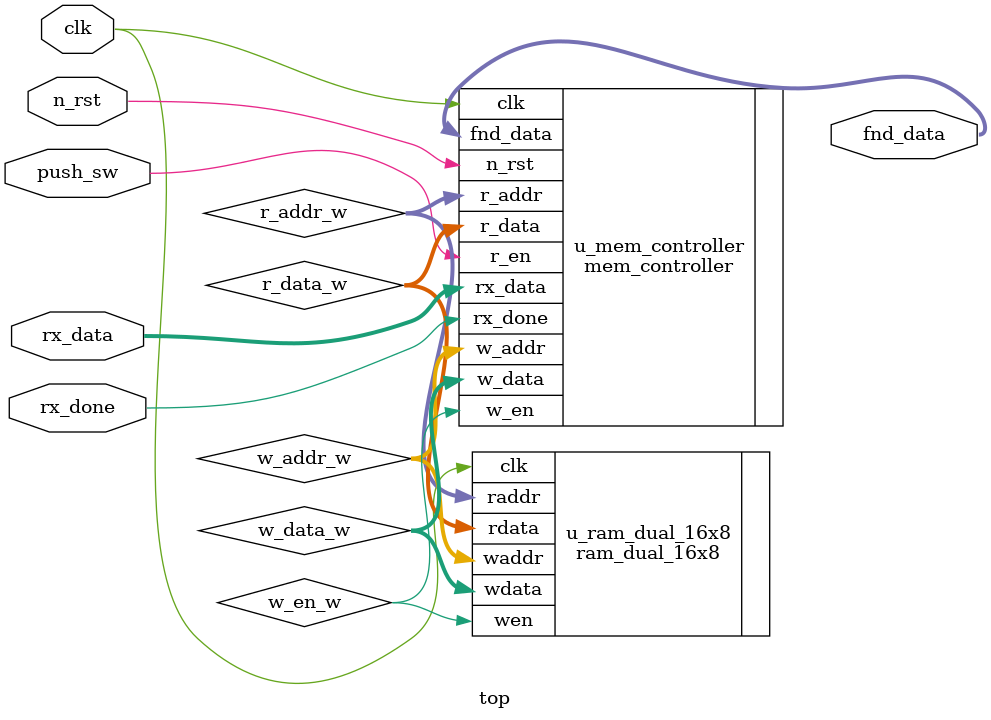
<source format=v>
module top#(
    parameter D_WIDTH = 8,
    parameter A_WIDTH = 4
)(
    input                   clk,
    input                   n_rst,
    input                   rx_done,
    input [D_WIDTH-1:0]     rx_data,
    input                   push_sw,

    output [D_WIDTH-1:0]    fnd_data
);

// mem_controller to ram_dual Wire
wire [A_WIDTH-1:0]      w_addr_w;
wire                    w_en_w;
wire [D_WIDTH-1:0]      w_data_w;

wire [A_WIDTH-1:0]      r_addr_w;
wire [D_WIDTH-1:0]      r_data_w;

// Mem_controller Instance
mem_controller #(
  .D_WIDTH(D_WIDTH),
  .A_WIDTH(A_WIDTH)
) u_mem_controller(
  .clk(clk),
  .n_rst(n_rst),
  .rx_done(rx_done),
  .rx_data(rx_data),
  .r_en(push_sw),
  .w_addr(w_addr_w),
  .w_en(w_en_w),
  .w_data(w_data_w),
  .r_addr(r_addr_w),
  .r_data(r_data_w),
  .fnd_data(fnd_data)
);

// Ram_16x8 Instance
ram_dual_16x8 #( 
  .D_WIDTH(D_WIDTH),
  .A_WIDTH(A_WIDTH)
) u_ram_dual_16x8(
  .clk(clk),
  .wdata(w_data_w),
  .waddr(w_addr_w),
  .wen(w_en_w),
  .raddr(r_addr_w),
  .rdata(r_data_w)
);

endmodule
</source>
